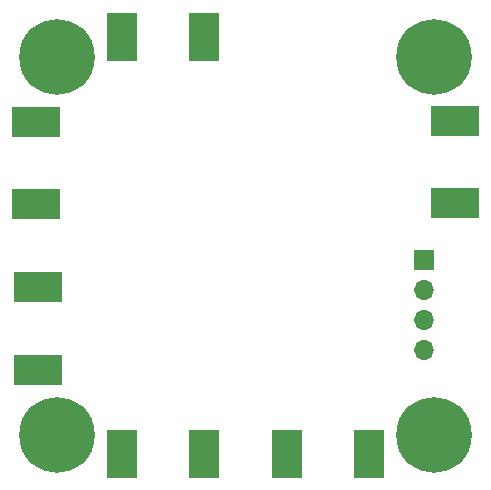
<source format=gbr>
%TF.GenerationSoftware,KiCad,Pcbnew,(6.0.7)*%
%TF.CreationDate,2022-08-03T12:25:37+01:00*%
%TF.ProjectId,Phase_Measurement_Board,50686173-655f-44d6-9561-737572656d65,rev?*%
%TF.SameCoordinates,Original*%
%TF.FileFunction,Soldermask,Bot*%
%TF.FilePolarity,Negative*%
%FSLAX46Y46*%
G04 Gerber Fmt 4.6, Leading zero omitted, Abs format (unit mm)*
G04 Created by KiCad (PCBNEW (6.0.7)) date 2022-08-03 12:25:37*
%MOMM*%
%LPD*%
G01*
G04 APERTURE LIST*
%ADD10C,0.800000*%
%ADD11C,6.400000*%
%ADD12R,2.665000X4.190000*%
%ADD13R,1.700000X1.700000*%
%ADD14O,1.700000X1.700000*%
%ADD15R,4.190000X2.665000*%
G04 APERTURE END LIST*
D10*
%TO.C,H2*%
X229600000Y-33000000D03*
X230302944Y-31302944D03*
X232000000Y-35400000D03*
X233697056Y-34697056D03*
D11*
X232000000Y-33000000D03*
D10*
X233697056Y-31302944D03*
X230302944Y-34697056D03*
X234400000Y-33000000D03*
X232000000Y-30600000D03*
%TD*%
D12*
%TO.C,J3*%
X205507500Y-66600000D03*
X212492500Y-66600000D03*
%TD*%
D10*
%TO.C,H1*%
X198302944Y-31302944D03*
X201697056Y-34697056D03*
X200000000Y-35400000D03*
X198302944Y-34697056D03*
X200000000Y-30600000D03*
X202400000Y-33000000D03*
D11*
X200000000Y-33000000D03*
D10*
X197600000Y-33000000D03*
X201697056Y-31302944D03*
%TD*%
D12*
%TO.C,J1*%
X205507500Y-31300000D03*
X212492500Y-31300000D03*
%TD*%
D10*
%TO.C,H3*%
X201697056Y-63302944D03*
X202400000Y-65000000D03*
X198302944Y-63302944D03*
X201697056Y-66697056D03*
D11*
X200000000Y-65000000D03*
D10*
X198302944Y-66697056D03*
X200000000Y-62600000D03*
X197600000Y-65000000D03*
X200000000Y-67400000D03*
%TD*%
D13*
%TO.C,J7*%
X231106673Y-50200000D03*
D14*
X231106673Y-52740000D03*
X231106673Y-55280000D03*
X231106673Y-57820000D03*
%TD*%
D15*
%TO.C,J6*%
X233700000Y-45392500D03*
X233700000Y-38407500D03*
%TD*%
D12*
%TO.C,J4*%
X219507500Y-66600000D03*
X226492500Y-66600000D03*
%TD*%
D10*
%TO.C,H4*%
X233697056Y-63302944D03*
X229600000Y-65000000D03*
X232000000Y-62600000D03*
X230302944Y-66697056D03*
X234400000Y-65000000D03*
X232000000Y-67400000D03*
D11*
X232000000Y-65000000D03*
D10*
X233697056Y-66697056D03*
X230302944Y-63302944D03*
%TD*%
D15*
%TO.C,J2*%
X198300000Y-38507500D03*
X198300000Y-45492500D03*
%TD*%
%TO.C,J5*%
X198400000Y-52507500D03*
X198400000Y-59492500D03*
%TD*%
M02*

</source>
